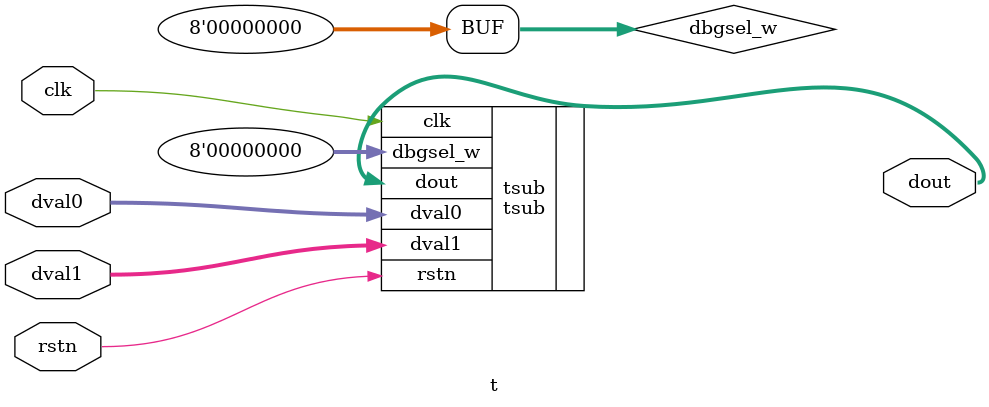
<source format=v>
module t (/*AUTOARG*/
   // Outputs
   dout,
   // Inputs
   clk, rstn, dval0, dval1
   );
   input clk;
   input rstn;
   output wire [7:0] dout;
   input [7:0] dval0;
   input [7:0] dval1;
   wire [7:0] dbgsel_w = '0;
   tsub tsub (/*AUTOINST*/
	      // Outputs
	      .dout			(dout[7:0]),
	      // Inputs
	      .clk			(clk),
	      .rstn			(rstn),
	      .dval0			(dval0[7:0]),
	      .dval1			(dval1[7:0]),
	      .dbgsel_w			(dbgsel_w[7:0]));
endmodule
</source>
